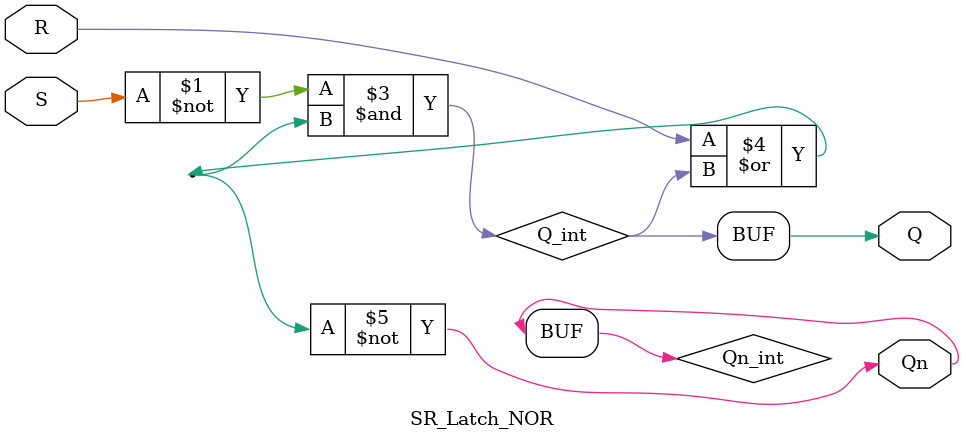
<source format=v>
`timescale 1ns / 1ps


module SR_Latch_NOR(
    input S,
    input R,
    output Q,
    output Qn
);
    
wire Q_int;
wire Qn_int;
     
assign #1 Q_int = (~S & ~Qn_int);
assign #1 Qn_int = ~(R | Q_int);
assign Q = Q_int;
assign Qn = Qn_int;

endmodule
</source>
